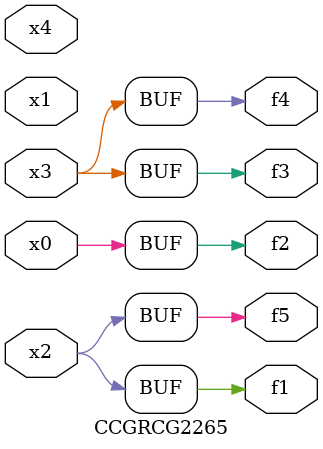
<source format=v>
module CCGRCG2265(
	input x0, x1, x2, x3, x4,
	output f1, f2, f3, f4, f5
);
	assign f1 = x2;
	assign f2 = x0;
	assign f3 = x3;
	assign f4 = x3;
	assign f5 = x2;
endmodule

</source>
